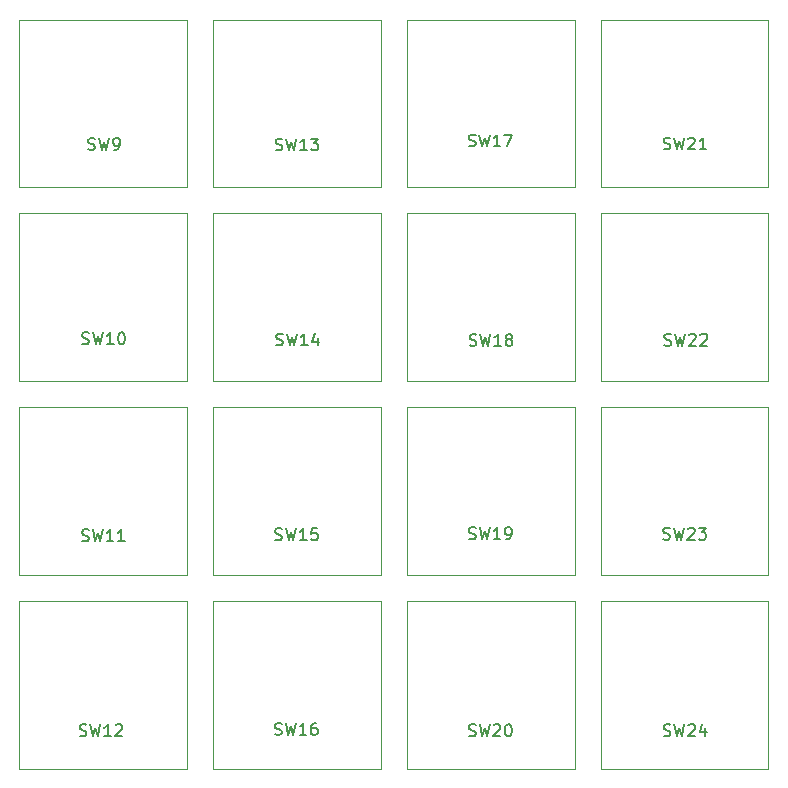
<source format=gbr>
%TF.GenerationSoftware,KiCad,Pcbnew,7.0.8*%
%TF.CreationDate,2023-10-13T15:36:57+03:00*%
%TF.ProjectId,4x4_switch,3478345f-7377-4697-9463-682e6b696361,rev?*%
%TF.SameCoordinates,Original*%
%TF.FileFunction,Legend,Top*%
%TF.FilePolarity,Positive*%
%FSLAX46Y46*%
G04 Gerber Fmt 4.6, Leading zero omitted, Abs format (unit mm)*
G04 Created by KiCad (PCBNEW 7.0.8) date 2023-10-13 15:36:57*
%MOMM*%
%LPD*%
G01*
G04 APERTURE LIST*
%ADD10C,0.150000*%
%ADD11C,0.120000*%
G04 APERTURE END LIST*
D10*
X162992012Y-70612415D02*
X163134869Y-70660034D01*
X163134869Y-70660034D02*
X163372964Y-70660034D01*
X163372964Y-70660034D02*
X163468202Y-70612415D01*
X163468202Y-70612415D02*
X163515821Y-70564795D01*
X163515821Y-70564795D02*
X163563440Y-70469557D01*
X163563440Y-70469557D02*
X163563440Y-70374319D01*
X163563440Y-70374319D02*
X163515821Y-70279081D01*
X163515821Y-70279081D02*
X163468202Y-70231462D01*
X163468202Y-70231462D02*
X163372964Y-70183843D01*
X163372964Y-70183843D02*
X163182488Y-70136224D01*
X163182488Y-70136224D02*
X163087250Y-70088605D01*
X163087250Y-70088605D02*
X163039631Y-70040986D01*
X163039631Y-70040986D02*
X162992012Y-69945748D01*
X162992012Y-69945748D02*
X162992012Y-69850510D01*
X162992012Y-69850510D02*
X163039631Y-69755272D01*
X163039631Y-69755272D02*
X163087250Y-69707653D01*
X163087250Y-69707653D02*
X163182488Y-69660034D01*
X163182488Y-69660034D02*
X163420583Y-69660034D01*
X163420583Y-69660034D02*
X163563440Y-69707653D01*
X163896774Y-69660034D02*
X164134869Y-70660034D01*
X164134869Y-70660034D02*
X164325345Y-69945748D01*
X164325345Y-69945748D02*
X164515821Y-70660034D01*
X164515821Y-70660034D02*
X164753917Y-69660034D01*
X165658678Y-70660034D02*
X165087250Y-70660034D01*
X165372964Y-70660034D02*
X165372964Y-69660034D01*
X165372964Y-69660034D02*
X165277726Y-69802891D01*
X165277726Y-69802891D02*
X165182488Y-69898129D01*
X165182488Y-69898129D02*
X165087250Y-69945748D01*
X166611059Y-70660034D02*
X166039631Y-70660034D01*
X166325345Y-70660034D02*
X166325345Y-69660034D01*
X166325345Y-69660034D02*
X166230107Y-69802891D01*
X166230107Y-69802891D02*
X166134869Y-69898129D01*
X166134869Y-69898129D02*
X166039631Y-69945748D01*
X212211656Y-70474208D02*
X212354513Y-70521827D01*
X212354513Y-70521827D02*
X212592608Y-70521827D01*
X212592608Y-70521827D02*
X212687846Y-70474208D01*
X212687846Y-70474208D02*
X212735465Y-70426588D01*
X212735465Y-70426588D02*
X212783084Y-70331350D01*
X212783084Y-70331350D02*
X212783084Y-70236112D01*
X212783084Y-70236112D02*
X212735465Y-70140874D01*
X212735465Y-70140874D02*
X212687846Y-70093255D01*
X212687846Y-70093255D02*
X212592608Y-70045636D01*
X212592608Y-70045636D02*
X212402132Y-69998017D01*
X212402132Y-69998017D02*
X212306894Y-69950398D01*
X212306894Y-69950398D02*
X212259275Y-69902779D01*
X212259275Y-69902779D02*
X212211656Y-69807541D01*
X212211656Y-69807541D02*
X212211656Y-69712303D01*
X212211656Y-69712303D02*
X212259275Y-69617065D01*
X212259275Y-69617065D02*
X212306894Y-69569446D01*
X212306894Y-69569446D02*
X212402132Y-69521827D01*
X212402132Y-69521827D02*
X212640227Y-69521827D01*
X212640227Y-69521827D02*
X212783084Y-69569446D01*
X213116418Y-69521827D02*
X213354513Y-70521827D01*
X213354513Y-70521827D02*
X213544989Y-69807541D01*
X213544989Y-69807541D02*
X213735465Y-70521827D01*
X213735465Y-70521827D02*
X213973561Y-69521827D01*
X214306894Y-69617065D02*
X214354513Y-69569446D01*
X214354513Y-69569446D02*
X214449751Y-69521827D01*
X214449751Y-69521827D02*
X214687846Y-69521827D01*
X214687846Y-69521827D02*
X214783084Y-69569446D01*
X214783084Y-69569446D02*
X214830703Y-69617065D01*
X214830703Y-69617065D02*
X214878322Y-69712303D01*
X214878322Y-69712303D02*
X214878322Y-69807541D01*
X214878322Y-69807541D02*
X214830703Y-69950398D01*
X214830703Y-69950398D02*
X214259275Y-70521827D01*
X214259275Y-70521827D02*
X214878322Y-70521827D01*
X215211656Y-69521827D02*
X215830703Y-69521827D01*
X215830703Y-69521827D02*
X215497370Y-69902779D01*
X215497370Y-69902779D02*
X215640227Y-69902779D01*
X215640227Y-69902779D02*
X215735465Y-69950398D01*
X215735465Y-69950398D02*
X215783084Y-69998017D01*
X215783084Y-69998017D02*
X215830703Y-70093255D01*
X215830703Y-70093255D02*
X215830703Y-70331350D01*
X215830703Y-70331350D02*
X215783084Y-70426588D01*
X215783084Y-70426588D02*
X215735465Y-70474208D01*
X215735465Y-70474208D02*
X215640227Y-70521827D01*
X215640227Y-70521827D02*
X215354513Y-70521827D01*
X215354513Y-70521827D02*
X215259275Y-70474208D01*
X215259275Y-70474208D02*
X215211656Y-70426588D01*
X195751213Y-70444116D02*
X195894070Y-70491735D01*
X195894070Y-70491735D02*
X196132165Y-70491735D01*
X196132165Y-70491735D02*
X196227403Y-70444116D01*
X196227403Y-70444116D02*
X196275022Y-70396496D01*
X196275022Y-70396496D02*
X196322641Y-70301258D01*
X196322641Y-70301258D02*
X196322641Y-70206020D01*
X196322641Y-70206020D02*
X196275022Y-70110782D01*
X196275022Y-70110782D02*
X196227403Y-70063163D01*
X196227403Y-70063163D02*
X196132165Y-70015544D01*
X196132165Y-70015544D02*
X195941689Y-69967925D01*
X195941689Y-69967925D02*
X195846451Y-69920306D01*
X195846451Y-69920306D02*
X195798832Y-69872687D01*
X195798832Y-69872687D02*
X195751213Y-69777449D01*
X195751213Y-69777449D02*
X195751213Y-69682211D01*
X195751213Y-69682211D02*
X195798832Y-69586973D01*
X195798832Y-69586973D02*
X195846451Y-69539354D01*
X195846451Y-69539354D02*
X195941689Y-69491735D01*
X195941689Y-69491735D02*
X196179784Y-69491735D01*
X196179784Y-69491735D02*
X196322641Y-69539354D01*
X196655975Y-69491735D02*
X196894070Y-70491735D01*
X196894070Y-70491735D02*
X197084546Y-69777449D01*
X197084546Y-69777449D02*
X197275022Y-70491735D01*
X197275022Y-70491735D02*
X197513118Y-69491735D01*
X198417879Y-70491735D02*
X197846451Y-70491735D01*
X198132165Y-70491735D02*
X198132165Y-69491735D01*
X198132165Y-69491735D02*
X198036927Y-69634592D01*
X198036927Y-69634592D02*
X197941689Y-69729830D01*
X197941689Y-69729830D02*
X197846451Y-69777449D01*
X198894070Y-70491735D02*
X199084546Y-70491735D01*
X199084546Y-70491735D02*
X199179784Y-70444116D01*
X199179784Y-70444116D02*
X199227403Y-70396496D01*
X199227403Y-70396496D02*
X199322641Y-70253639D01*
X199322641Y-70253639D02*
X199370260Y-70063163D01*
X199370260Y-70063163D02*
X199370260Y-69682211D01*
X199370260Y-69682211D02*
X199322641Y-69586973D01*
X199322641Y-69586973D02*
X199275022Y-69539354D01*
X199275022Y-69539354D02*
X199179784Y-69491735D01*
X199179784Y-69491735D02*
X198989308Y-69491735D01*
X198989308Y-69491735D02*
X198894070Y-69539354D01*
X198894070Y-69539354D02*
X198846451Y-69586973D01*
X198846451Y-69586973D02*
X198798832Y-69682211D01*
X198798832Y-69682211D02*
X198798832Y-69920306D01*
X198798832Y-69920306D02*
X198846451Y-70015544D01*
X198846451Y-70015544D02*
X198894070Y-70063163D01*
X198894070Y-70063163D02*
X198989308Y-70110782D01*
X198989308Y-70110782D02*
X199179784Y-70110782D01*
X199179784Y-70110782D02*
X199275022Y-70063163D01*
X199275022Y-70063163D02*
X199322641Y-70015544D01*
X199322641Y-70015544D02*
X199370260Y-69920306D01*
X212238330Y-87111185D02*
X212381187Y-87158804D01*
X212381187Y-87158804D02*
X212619282Y-87158804D01*
X212619282Y-87158804D02*
X212714520Y-87111185D01*
X212714520Y-87111185D02*
X212762139Y-87063565D01*
X212762139Y-87063565D02*
X212809758Y-86968327D01*
X212809758Y-86968327D02*
X212809758Y-86873089D01*
X212809758Y-86873089D02*
X212762139Y-86777851D01*
X212762139Y-86777851D02*
X212714520Y-86730232D01*
X212714520Y-86730232D02*
X212619282Y-86682613D01*
X212619282Y-86682613D02*
X212428806Y-86634994D01*
X212428806Y-86634994D02*
X212333568Y-86587375D01*
X212333568Y-86587375D02*
X212285949Y-86539756D01*
X212285949Y-86539756D02*
X212238330Y-86444518D01*
X212238330Y-86444518D02*
X212238330Y-86349280D01*
X212238330Y-86349280D02*
X212285949Y-86254042D01*
X212285949Y-86254042D02*
X212333568Y-86206423D01*
X212333568Y-86206423D02*
X212428806Y-86158804D01*
X212428806Y-86158804D02*
X212666901Y-86158804D01*
X212666901Y-86158804D02*
X212809758Y-86206423D01*
X213143092Y-86158804D02*
X213381187Y-87158804D01*
X213381187Y-87158804D02*
X213571663Y-86444518D01*
X213571663Y-86444518D02*
X213762139Y-87158804D01*
X213762139Y-87158804D02*
X214000235Y-86158804D01*
X214333568Y-86254042D02*
X214381187Y-86206423D01*
X214381187Y-86206423D02*
X214476425Y-86158804D01*
X214476425Y-86158804D02*
X214714520Y-86158804D01*
X214714520Y-86158804D02*
X214809758Y-86206423D01*
X214809758Y-86206423D02*
X214857377Y-86254042D01*
X214857377Y-86254042D02*
X214904996Y-86349280D01*
X214904996Y-86349280D02*
X214904996Y-86444518D01*
X214904996Y-86444518D02*
X214857377Y-86587375D01*
X214857377Y-86587375D02*
X214285949Y-87158804D01*
X214285949Y-87158804D02*
X214904996Y-87158804D01*
X215762139Y-86492137D02*
X215762139Y-87158804D01*
X215524044Y-86111185D02*
X215285949Y-86825470D01*
X215285949Y-86825470D02*
X215904996Y-86825470D01*
X162786946Y-87111185D02*
X162929803Y-87158804D01*
X162929803Y-87158804D02*
X163167898Y-87158804D01*
X163167898Y-87158804D02*
X163263136Y-87111185D01*
X163263136Y-87111185D02*
X163310755Y-87063565D01*
X163310755Y-87063565D02*
X163358374Y-86968327D01*
X163358374Y-86968327D02*
X163358374Y-86873089D01*
X163358374Y-86873089D02*
X163310755Y-86777851D01*
X163310755Y-86777851D02*
X163263136Y-86730232D01*
X163263136Y-86730232D02*
X163167898Y-86682613D01*
X163167898Y-86682613D02*
X162977422Y-86634994D01*
X162977422Y-86634994D02*
X162882184Y-86587375D01*
X162882184Y-86587375D02*
X162834565Y-86539756D01*
X162834565Y-86539756D02*
X162786946Y-86444518D01*
X162786946Y-86444518D02*
X162786946Y-86349280D01*
X162786946Y-86349280D02*
X162834565Y-86254042D01*
X162834565Y-86254042D02*
X162882184Y-86206423D01*
X162882184Y-86206423D02*
X162977422Y-86158804D01*
X162977422Y-86158804D02*
X163215517Y-86158804D01*
X163215517Y-86158804D02*
X163358374Y-86206423D01*
X163691708Y-86158804D02*
X163929803Y-87158804D01*
X163929803Y-87158804D02*
X164120279Y-86444518D01*
X164120279Y-86444518D02*
X164310755Y-87158804D01*
X164310755Y-87158804D02*
X164548851Y-86158804D01*
X165453612Y-87158804D02*
X164882184Y-87158804D01*
X165167898Y-87158804D02*
X165167898Y-86158804D01*
X165167898Y-86158804D02*
X165072660Y-86301661D01*
X165072660Y-86301661D02*
X164977422Y-86396899D01*
X164977422Y-86396899D02*
X164882184Y-86444518D01*
X165834565Y-86254042D02*
X165882184Y-86206423D01*
X165882184Y-86206423D02*
X165977422Y-86158804D01*
X165977422Y-86158804D02*
X166215517Y-86158804D01*
X166215517Y-86158804D02*
X166310755Y-86206423D01*
X166310755Y-86206423D02*
X166358374Y-86254042D01*
X166358374Y-86254042D02*
X166405993Y-86349280D01*
X166405993Y-86349280D02*
X166405993Y-86444518D01*
X166405993Y-86444518D02*
X166358374Y-86587375D01*
X166358374Y-86587375D02*
X165786946Y-87158804D01*
X165786946Y-87158804D02*
X166405993Y-87158804D01*
X179322740Y-87007187D02*
X179465597Y-87054806D01*
X179465597Y-87054806D02*
X179703692Y-87054806D01*
X179703692Y-87054806D02*
X179798930Y-87007187D01*
X179798930Y-87007187D02*
X179846549Y-86959567D01*
X179846549Y-86959567D02*
X179894168Y-86864329D01*
X179894168Y-86864329D02*
X179894168Y-86769091D01*
X179894168Y-86769091D02*
X179846549Y-86673853D01*
X179846549Y-86673853D02*
X179798930Y-86626234D01*
X179798930Y-86626234D02*
X179703692Y-86578615D01*
X179703692Y-86578615D02*
X179513216Y-86530996D01*
X179513216Y-86530996D02*
X179417978Y-86483377D01*
X179417978Y-86483377D02*
X179370359Y-86435758D01*
X179370359Y-86435758D02*
X179322740Y-86340520D01*
X179322740Y-86340520D02*
X179322740Y-86245282D01*
X179322740Y-86245282D02*
X179370359Y-86150044D01*
X179370359Y-86150044D02*
X179417978Y-86102425D01*
X179417978Y-86102425D02*
X179513216Y-86054806D01*
X179513216Y-86054806D02*
X179751311Y-86054806D01*
X179751311Y-86054806D02*
X179894168Y-86102425D01*
X180227502Y-86054806D02*
X180465597Y-87054806D01*
X180465597Y-87054806D02*
X180656073Y-86340520D01*
X180656073Y-86340520D02*
X180846549Y-87054806D01*
X180846549Y-87054806D02*
X181084645Y-86054806D01*
X181989406Y-87054806D02*
X181417978Y-87054806D01*
X181703692Y-87054806D02*
X181703692Y-86054806D01*
X181703692Y-86054806D02*
X181608454Y-86197663D01*
X181608454Y-86197663D02*
X181513216Y-86292901D01*
X181513216Y-86292901D02*
X181417978Y-86340520D01*
X182846549Y-86054806D02*
X182656073Y-86054806D01*
X182656073Y-86054806D02*
X182560835Y-86102425D01*
X182560835Y-86102425D02*
X182513216Y-86150044D01*
X182513216Y-86150044D02*
X182417978Y-86292901D01*
X182417978Y-86292901D02*
X182370359Y-86483377D01*
X182370359Y-86483377D02*
X182370359Y-86864329D01*
X182370359Y-86864329D02*
X182417978Y-86959567D01*
X182417978Y-86959567D02*
X182465597Y-87007187D01*
X182465597Y-87007187D02*
X182560835Y-87054806D01*
X182560835Y-87054806D02*
X182751311Y-87054806D01*
X182751311Y-87054806D02*
X182846549Y-87007187D01*
X182846549Y-87007187D02*
X182894168Y-86959567D01*
X182894168Y-86959567D02*
X182941787Y-86864329D01*
X182941787Y-86864329D02*
X182941787Y-86626234D01*
X182941787Y-86626234D02*
X182894168Y-86530996D01*
X182894168Y-86530996D02*
X182846549Y-86483377D01*
X182846549Y-86483377D02*
X182751311Y-86435758D01*
X182751311Y-86435758D02*
X182560835Y-86435758D01*
X182560835Y-86435758D02*
X182465597Y-86483377D01*
X182465597Y-86483377D02*
X182417978Y-86530996D01*
X182417978Y-86530996D02*
X182370359Y-86626234D01*
X179434581Y-54031925D02*
X179577438Y-54079544D01*
X179577438Y-54079544D02*
X179815533Y-54079544D01*
X179815533Y-54079544D02*
X179910771Y-54031925D01*
X179910771Y-54031925D02*
X179958390Y-53984305D01*
X179958390Y-53984305D02*
X180006009Y-53889067D01*
X180006009Y-53889067D02*
X180006009Y-53793829D01*
X180006009Y-53793829D02*
X179958390Y-53698591D01*
X179958390Y-53698591D02*
X179910771Y-53650972D01*
X179910771Y-53650972D02*
X179815533Y-53603353D01*
X179815533Y-53603353D02*
X179625057Y-53555734D01*
X179625057Y-53555734D02*
X179529819Y-53508115D01*
X179529819Y-53508115D02*
X179482200Y-53460496D01*
X179482200Y-53460496D02*
X179434581Y-53365258D01*
X179434581Y-53365258D02*
X179434581Y-53270020D01*
X179434581Y-53270020D02*
X179482200Y-53174782D01*
X179482200Y-53174782D02*
X179529819Y-53127163D01*
X179529819Y-53127163D02*
X179625057Y-53079544D01*
X179625057Y-53079544D02*
X179863152Y-53079544D01*
X179863152Y-53079544D02*
X180006009Y-53127163D01*
X180339343Y-53079544D02*
X180577438Y-54079544D01*
X180577438Y-54079544D02*
X180767914Y-53365258D01*
X180767914Y-53365258D02*
X180958390Y-54079544D01*
X180958390Y-54079544D02*
X181196486Y-53079544D01*
X182101247Y-54079544D02*
X181529819Y-54079544D01*
X181815533Y-54079544D02*
X181815533Y-53079544D01*
X181815533Y-53079544D02*
X181720295Y-53222401D01*
X181720295Y-53222401D02*
X181625057Y-53317639D01*
X181625057Y-53317639D02*
X181529819Y-53365258D01*
X182958390Y-53412877D02*
X182958390Y-54079544D01*
X182720295Y-53031925D02*
X182482200Y-53746210D01*
X182482200Y-53746210D02*
X183101247Y-53746210D01*
X179391132Y-37514392D02*
X179533989Y-37562011D01*
X179533989Y-37562011D02*
X179772084Y-37562011D01*
X179772084Y-37562011D02*
X179867322Y-37514392D01*
X179867322Y-37514392D02*
X179914941Y-37466772D01*
X179914941Y-37466772D02*
X179962560Y-37371534D01*
X179962560Y-37371534D02*
X179962560Y-37276296D01*
X179962560Y-37276296D02*
X179914941Y-37181058D01*
X179914941Y-37181058D02*
X179867322Y-37133439D01*
X179867322Y-37133439D02*
X179772084Y-37085820D01*
X179772084Y-37085820D02*
X179581608Y-37038201D01*
X179581608Y-37038201D02*
X179486370Y-36990582D01*
X179486370Y-36990582D02*
X179438751Y-36942963D01*
X179438751Y-36942963D02*
X179391132Y-36847725D01*
X179391132Y-36847725D02*
X179391132Y-36752487D01*
X179391132Y-36752487D02*
X179438751Y-36657249D01*
X179438751Y-36657249D02*
X179486370Y-36609630D01*
X179486370Y-36609630D02*
X179581608Y-36562011D01*
X179581608Y-36562011D02*
X179819703Y-36562011D01*
X179819703Y-36562011D02*
X179962560Y-36609630D01*
X180295894Y-36562011D02*
X180533989Y-37562011D01*
X180533989Y-37562011D02*
X180724465Y-36847725D01*
X180724465Y-36847725D02*
X180914941Y-37562011D01*
X180914941Y-37562011D02*
X181153037Y-36562011D01*
X182057798Y-37562011D02*
X181486370Y-37562011D01*
X181772084Y-37562011D02*
X181772084Y-36562011D01*
X181772084Y-36562011D02*
X181676846Y-36704868D01*
X181676846Y-36704868D02*
X181581608Y-36800106D01*
X181581608Y-36800106D02*
X181486370Y-36847725D01*
X182391132Y-36562011D02*
X183010179Y-36562011D01*
X183010179Y-36562011D02*
X182676846Y-36942963D01*
X182676846Y-36942963D02*
X182819703Y-36942963D01*
X182819703Y-36942963D02*
X182914941Y-36990582D01*
X182914941Y-36990582D02*
X182962560Y-37038201D01*
X182962560Y-37038201D02*
X183010179Y-37133439D01*
X183010179Y-37133439D02*
X183010179Y-37371534D01*
X183010179Y-37371534D02*
X182962560Y-37466772D01*
X182962560Y-37466772D02*
X182914941Y-37514392D01*
X182914941Y-37514392D02*
X182819703Y-37562011D01*
X182819703Y-37562011D02*
X182533989Y-37562011D01*
X182533989Y-37562011D02*
X182438751Y-37514392D01*
X182438751Y-37514392D02*
X182391132Y-37466772D01*
X195804159Y-54068419D02*
X195947016Y-54116038D01*
X195947016Y-54116038D02*
X196185111Y-54116038D01*
X196185111Y-54116038D02*
X196280349Y-54068419D01*
X196280349Y-54068419D02*
X196327968Y-54020799D01*
X196327968Y-54020799D02*
X196375587Y-53925561D01*
X196375587Y-53925561D02*
X196375587Y-53830323D01*
X196375587Y-53830323D02*
X196327968Y-53735085D01*
X196327968Y-53735085D02*
X196280349Y-53687466D01*
X196280349Y-53687466D02*
X196185111Y-53639847D01*
X196185111Y-53639847D02*
X195994635Y-53592228D01*
X195994635Y-53592228D02*
X195899397Y-53544609D01*
X195899397Y-53544609D02*
X195851778Y-53496990D01*
X195851778Y-53496990D02*
X195804159Y-53401752D01*
X195804159Y-53401752D02*
X195804159Y-53306514D01*
X195804159Y-53306514D02*
X195851778Y-53211276D01*
X195851778Y-53211276D02*
X195899397Y-53163657D01*
X195899397Y-53163657D02*
X195994635Y-53116038D01*
X195994635Y-53116038D02*
X196232730Y-53116038D01*
X196232730Y-53116038D02*
X196375587Y-53163657D01*
X196708921Y-53116038D02*
X196947016Y-54116038D01*
X196947016Y-54116038D02*
X197137492Y-53401752D01*
X197137492Y-53401752D02*
X197327968Y-54116038D01*
X197327968Y-54116038D02*
X197566064Y-53116038D01*
X198470825Y-54116038D02*
X197899397Y-54116038D01*
X198185111Y-54116038D02*
X198185111Y-53116038D01*
X198185111Y-53116038D02*
X198089873Y-53258895D01*
X198089873Y-53258895D02*
X197994635Y-53354133D01*
X197994635Y-53354133D02*
X197899397Y-53401752D01*
X199042254Y-53544609D02*
X198947016Y-53496990D01*
X198947016Y-53496990D02*
X198899397Y-53449371D01*
X198899397Y-53449371D02*
X198851778Y-53354133D01*
X198851778Y-53354133D02*
X198851778Y-53306514D01*
X198851778Y-53306514D02*
X198899397Y-53211276D01*
X198899397Y-53211276D02*
X198947016Y-53163657D01*
X198947016Y-53163657D02*
X199042254Y-53116038D01*
X199042254Y-53116038D02*
X199232730Y-53116038D01*
X199232730Y-53116038D02*
X199327968Y-53163657D01*
X199327968Y-53163657D02*
X199375587Y-53211276D01*
X199375587Y-53211276D02*
X199423206Y-53306514D01*
X199423206Y-53306514D02*
X199423206Y-53354133D01*
X199423206Y-53354133D02*
X199375587Y-53449371D01*
X199375587Y-53449371D02*
X199327968Y-53496990D01*
X199327968Y-53496990D02*
X199232730Y-53544609D01*
X199232730Y-53544609D02*
X199042254Y-53544609D01*
X199042254Y-53544609D02*
X198947016Y-53592228D01*
X198947016Y-53592228D02*
X198899397Y-53639847D01*
X198899397Y-53639847D02*
X198851778Y-53735085D01*
X198851778Y-53735085D02*
X198851778Y-53925561D01*
X198851778Y-53925561D02*
X198899397Y-54020799D01*
X198899397Y-54020799D02*
X198947016Y-54068419D01*
X198947016Y-54068419D02*
X199042254Y-54116038D01*
X199042254Y-54116038D02*
X199232730Y-54116038D01*
X199232730Y-54116038D02*
X199327968Y-54068419D01*
X199327968Y-54068419D02*
X199375587Y-54020799D01*
X199375587Y-54020799D02*
X199423206Y-53925561D01*
X199423206Y-53925561D02*
X199423206Y-53735085D01*
X199423206Y-53735085D02*
X199375587Y-53639847D01*
X199375587Y-53639847D02*
X199327968Y-53592228D01*
X199327968Y-53592228D02*
X199232730Y-53544609D01*
X179343852Y-70517107D02*
X179486709Y-70564726D01*
X179486709Y-70564726D02*
X179724804Y-70564726D01*
X179724804Y-70564726D02*
X179820042Y-70517107D01*
X179820042Y-70517107D02*
X179867661Y-70469487D01*
X179867661Y-70469487D02*
X179915280Y-70374249D01*
X179915280Y-70374249D02*
X179915280Y-70279011D01*
X179915280Y-70279011D02*
X179867661Y-70183773D01*
X179867661Y-70183773D02*
X179820042Y-70136154D01*
X179820042Y-70136154D02*
X179724804Y-70088535D01*
X179724804Y-70088535D02*
X179534328Y-70040916D01*
X179534328Y-70040916D02*
X179439090Y-69993297D01*
X179439090Y-69993297D02*
X179391471Y-69945678D01*
X179391471Y-69945678D02*
X179343852Y-69850440D01*
X179343852Y-69850440D02*
X179343852Y-69755202D01*
X179343852Y-69755202D02*
X179391471Y-69659964D01*
X179391471Y-69659964D02*
X179439090Y-69612345D01*
X179439090Y-69612345D02*
X179534328Y-69564726D01*
X179534328Y-69564726D02*
X179772423Y-69564726D01*
X179772423Y-69564726D02*
X179915280Y-69612345D01*
X180248614Y-69564726D02*
X180486709Y-70564726D01*
X180486709Y-70564726D02*
X180677185Y-69850440D01*
X180677185Y-69850440D02*
X180867661Y-70564726D01*
X180867661Y-70564726D02*
X181105757Y-69564726D01*
X182010518Y-70564726D02*
X181439090Y-70564726D01*
X181724804Y-70564726D02*
X181724804Y-69564726D01*
X181724804Y-69564726D02*
X181629566Y-69707583D01*
X181629566Y-69707583D02*
X181534328Y-69802821D01*
X181534328Y-69802821D02*
X181439090Y-69850440D01*
X182915280Y-69564726D02*
X182439090Y-69564726D01*
X182439090Y-69564726D02*
X182391471Y-70040916D01*
X182391471Y-70040916D02*
X182439090Y-69993297D01*
X182439090Y-69993297D02*
X182534328Y-69945678D01*
X182534328Y-69945678D02*
X182772423Y-69945678D01*
X182772423Y-69945678D02*
X182867661Y-69993297D01*
X182867661Y-69993297D02*
X182915280Y-70040916D01*
X182915280Y-70040916D02*
X182962899Y-70136154D01*
X182962899Y-70136154D02*
X182962899Y-70374249D01*
X182962899Y-70374249D02*
X182915280Y-70469487D01*
X182915280Y-70469487D02*
X182867661Y-70517107D01*
X182867661Y-70517107D02*
X182772423Y-70564726D01*
X182772423Y-70564726D02*
X182534328Y-70564726D01*
X182534328Y-70564726D02*
X182439090Y-70517107D01*
X182439090Y-70517107D02*
X182391471Y-70469487D01*
X163527249Y-37484300D02*
X163670106Y-37531919D01*
X163670106Y-37531919D02*
X163908201Y-37531919D01*
X163908201Y-37531919D02*
X164003439Y-37484300D01*
X164003439Y-37484300D02*
X164051058Y-37436680D01*
X164051058Y-37436680D02*
X164098677Y-37341442D01*
X164098677Y-37341442D02*
X164098677Y-37246204D01*
X164098677Y-37246204D02*
X164051058Y-37150966D01*
X164051058Y-37150966D02*
X164003439Y-37103347D01*
X164003439Y-37103347D02*
X163908201Y-37055728D01*
X163908201Y-37055728D02*
X163717725Y-37008109D01*
X163717725Y-37008109D02*
X163622487Y-36960490D01*
X163622487Y-36960490D02*
X163574868Y-36912871D01*
X163574868Y-36912871D02*
X163527249Y-36817633D01*
X163527249Y-36817633D02*
X163527249Y-36722395D01*
X163527249Y-36722395D02*
X163574868Y-36627157D01*
X163574868Y-36627157D02*
X163622487Y-36579538D01*
X163622487Y-36579538D02*
X163717725Y-36531919D01*
X163717725Y-36531919D02*
X163955820Y-36531919D01*
X163955820Y-36531919D02*
X164098677Y-36579538D01*
X164432011Y-36531919D02*
X164670106Y-37531919D01*
X164670106Y-37531919D02*
X164860582Y-36817633D01*
X164860582Y-36817633D02*
X165051058Y-37531919D01*
X165051058Y-37531919D02*
X165289154Y-36531919D01*
X165717725Y-37531919D02*
X165908201Y-37531919D01*
X165908201Y-37531919D02*
X166003439Y-37484300D01*
X166003439Y-37484300D02*
X166051058Y-37436680D01*
X166051058Y-37436680D02*
X166146296Y-37293823D01*
X166146296Y-37293823D02*
X166193915Y-37103347D01*
X166193915Y-37103347D02*
X166193915Y-36722395D01*
X166193915Y-36722395D02*
X166146296Y-36627157D01*
X166146296Y-36627157D02*
X166098677Y-36579538D01*
X166098677Y-36579538D02*
X166003439Y-36531919D01*
X166003439Y-36531919D02*
X165812963Y-36531919D01*
X165812963Y-36531919D02*
X165717725Y-36579538D01*
X165717725Y-36579538D02*
X165670106Y-36627157D01*
X165670106Y-36627157D02*
X165622487Y-36722395D01*
X165622487Y-36722395D02*
X165622487Y-36960490D01*
X165622487Y-36960490D02*
X165670106Y-37055728D01*
X165670106Y-37055728D02*
X165717725Y-37103347D01*
X165717725Y-37103347D02*
X165812963Y-37150966D01*
X165812963Y-37150966D02*
X166003439Y-37150966D01*
X166003439Y-37150966D02*
X166098677Y-37103347D01*
X166098677Y-37103347D02*
X166146296Y-37055728D01*
X166146296Y-37055728D02*
X166193915Y-36960490D01*
X163008278Y-53922187D02*
X163151135Y-53969806D01*
X163151135Y-53969806D02*
X163389230Y-53969806D01*
X163389230Y-53969806D02*
X163484468Y-53922187D01*
X163484468Y-53922187D02*
X163532087Y-53874567D01*
X163532087Y-53874567D02*
X163579706Y-53779329D01*
X163579706Y-53779329D02*
X163579706Y-53684091D01*
X163579706Y-53684091D02*
X163532087Y-53588853D01*
X163532087Y-53588853D02*
X163484468Y-53541234D01*
X163484468Y-53541234D02*
X163389230Y-53493615D01*
X163389230Y-53493615D02*
X163198754Y-53445996D01*
X163198754Y-53445996D02*
X163103516Y-53398377D01*
X163103516Y-53398377D02*
X163055897Y-53350758D01*
X163055897Y-53350758D02*
X163008278Y-53255520D01*
X163008278Y-53255520D02*
X163008278Y-53160282D01*
X163008278Y-53160282D02*
X163055897Y-53065044D01*
X163055897Y-53065044D02*
X163103516Y-53017425D01*
X163103516Y-53017425D02*
X163198754Y-52969806D01*
X163198754Y-52969806D02*
X163436849Y-52969806D01*
X163436849Y-52969806D02*
X163579706Y-53017425D01*
X163913040Y-52969806D02*
X164151135Y-53969806D01*
X164151135Y-53969806D02*
X164341611Y-53255520D01*
X164341611Y-53255520D02*
X164532087Y-53969806D01*
X164532087Y-53969806D02*
X164770183Y-52969806D01*
X165674944Y-53969806D02*
X165103516Y-53969806D01*
X165389230Y-53969806D02*
X165389230Y-52969806D01*
X165389230Y-52969806D02*
X165293992Y-53112663D01*
X165293992Y-53112663D02*
X165198754Y-53207901D01*
X165198754Y-53207901D02*
X165103516Y-53255520D01*
X166293992Y-52969806D02*
X166389230Y-52969806D01*
X166389230Y-52969806D02*
X166484468Y-53017425D01*
X166484468Y-53017425D02*
X166532087Y-53065044D01*
X166532087Y-53065044D02*
X166579706Y-53160282D01*
X166579706Y-53160282D02*
X166627325Y-53350758D01*
X166627325Y-53350758D02*
X166627325Y-53588853D01*
X166627325Y-53588853D02*
X166579706Y-53779329D01*
X166579706Y-53779329D02*
X166532087Y-53874567D01*
X166532087Y-53874567D02*
X166484468Y-53922187D01*
X166484468Y-53922187D02*
X166389230Y-53969806D01*
X166389230Y-53969806D02*
X166293992Y-53969806D01*
X166293992Y-53969806D02*
X166198754Y-53922187D01*
X166198754Y-53922187D02*
X166151135Y-53874567D01*
X166151135Y-53874567D02*
X166103516Y-53779329D01*
X166103516Y-53779329D02*
X166055897Y-53588853D01*
X166055897Y-53588853D02*
X166055897Y-53350758D01*
X166055897Y-53350758D02*
X166103516Y-53160282D01*
X166103516Y-53160282D02*
X166151135Y-53065044D01*
X166151135Y-53065044D02*
X166198754Y-53017425D01*
X166198754Y-53017425D02*
X166293992Y-52969806D01*
X212229061Y-37430568D02*
X212371918Y-37478187D01*
X212371918Y-37478187D02*
X212610013Y-37478187D01*
X212610013Y-37478187D02*
X212705251Y-37430568D01*
X212705251Y-37430568D02*
X212752870Y-37382948D01*
X212752870Y-37382948D02*
X212800489Y-37287710D01*
X212800489Y-37287710D02*
X212800489Y-37192472D01*
X212800489Y-37192472D02*
X212752870Y-37097234D01*
X212752870Y-37097234D02*
X212705251Y-37049615D01*
X212705251Y-37049615D02*
X212610013Y-37001996D01*
X212610013Y-37001996D02*
X212419537Y-36954377D01*
X212419537Y-36954377D02*
X212324299Y-36906758D01*
X212324299Y-36906758D02*
X212276680Y-36859139D01*
X212276680Y-36859139D02*
X212229061Y-36763901D01*
X212229061Y-36763901D02*
X212229061Y-36668663D01*
X212229061Y-36668663D02*
X212276680Y-36573425D01*
X212276680Y-36573425D02*
X212324299Y-36525806D01*
X212324299Y-36525806D02*
X212419537Y-36478187D01*
X212419537Y-36478187D02*
X212657632Y-36478187D01*
X212657632Y-36478187D02*
X212800489Y-36525806D01*
X213133823Y-36478187D02*
X213371918Y-37478187D01*
X213371918Y-37478187D02*
X213562394Y-36763901D01*
X213562394Y-36763901D02*
X213752870Y-37478187D01*
X213752870Y-37478187D02*
X213990966Y-36478187D01*
X214324299Y-36573425D02*
X214371918Y-36525806D01*
X214371918Y-36525806D02*
X214467156Y-36478187D01*
X214467156Y-36478187D02*
X214705251Y-36478187D01*
X214705251Y-36478187D02*
X214800489Y-36525806D01*
X214800489Y-36525806D02*
X214848108Y-36573425D01*
X214848108Y-36573425D02*
X214895727Y-36668663D01*
X214895727Y-36668663D02*
X214895727Y-36763901D01*
X214895727Y-36763901D02*
X214848108Y-36906758D01*
X214848108Y-36906758D02*
X214276680Y-37478187D01*
X214276680Y-37478187D02*
X214895727Y-37478187D01*
X215848108Y-37478187D02*
X215276680Y-37478187D01*
X215562394Y-37478187D02*
X215562394Y-36478187D01*
X215562394Y-36478187D02*
X215467156Y-36621044D01*
X215467156Y-36621044D02*
X215371918Y-36716282D01*
X215371918Y-36716282D02*
X215276680Y-36763901D01*
X195740283Y-37187206D02*
X195883140Y-37234825D01*
X195883140Y-37234825D02*
X196121235Y-37234825D01*
X196121235Y-37234825D02*
X196216473Y-37187206D01*
X196216473Y-37187206D02*
X196264092Y-37139586D01*
X196264092Y-37139586D02*
X196311711Y-37044348D01*
X196311711Y-37044348D02*
X196311711Y-36949110D01*
X196311711Y-36949110D02*
X196264092Y-36853872D01*
X196264092Y-36853872D02*
X196216473Y-36806253D01*
X196216473Y-36806253D02*
X196121235Y-36758634D01*
X196121235Y-36758634D02*
X195930759Y-36711015D01*
X195930759Y-36711015D02*
X195835521Y-36663396D01*
X195835521Y-36663396D02*
X195787902Y-36615777D01*
X195787902Y-36615777D02*
X195740283Y-36520539D01*
X195740283Y-36520539D02*
X195740283Y-36425301D01*
X195740283Y-36425301D02*
X195787902Y-36330063D01*
X195787902Y-36330063D02*
X195835521Y-36282444D01*
X195835521Y-36282444D02*
X195930759Y-36234825D01*
X195930759Y-36234825D02*
X196168854Y-36234825D01*
X196168854Y-36234825D02*
X196311711Y-36282444D01*
X196645045Y-36234825D02*
X196883140Y-37234825D01*
X196883140Y-37234825D02*
X197073616Y-36520539D01*
X197073616Y-36520539D02*
X197264092Y-37234825D01*
X197264092Y-37234825D02*
X197502188Y-36234825D01*
X198406949Y-37234825D02*
X197835521Y-37234825D01*
X198121235Y-37234825D02*
X198121235Y-36234825D01*
X198121235Y-36234825D02*
X198025997Y-36377682D01*
X198025997Y-36377682D02*
X197930759Y-36472920D01*
X197930759Y-36472920D02*
X197835521Y-36520539D01*
X198740283Y-36234825D02*
X199406949Y-36234825D01*
X199406949Y-36234825D02*
X198978378Y-37234825D01*
X212302488Y-54055122D02*
X212445345Y-54102741D01*
X212445345Y-54102741D02*
X212683440Y-54102741D01*
X212683440Y-54102741D02*
X212778678Y-54055122D01*
X212778678Y-54055122D02*
X212826297Y-54007502D01*
X212826297Y-54007502D02*
X212873916Y-53912264D01*
X212873916Y-53912264D02*
X212873916Y-53817026D01*
X212873916Y-53817026D02*
X212826297Y-53721788D01*
X212826297Y-53721788D02*
X212778678Y-53674169D01*
X212778678Y-53674169D02*
X212683440Y-53626550D01*
X212683440Y-53626550D02*
X212492964Y-53578931D01*
X212492964Y-53578931D02*
X212397726Y-53531312D01*
X212397726Y-53531312D02*
X212350107Y-53483693D01*
X212350107Y-53483693D02*
X212302488Y-53388455D01*
X212302488Y-53388455D02*
X212302488Y-53293217D01*
X212302488Y-53293217D02*
X212350107Y-53197979D01*
X212350107Y-53197979D02*
X212397726Y-53150360D01*
X212397726Y-53150360D02*
X212492964Y-53102741D01*
X212492964Y-53102741D02*
X212731059Y-53102741D01*
X212731059Y-53102741D02*
X212873916Y-53150360D01*
X213207250Y-53102741D02*
X213445345Y-54102741D01*
X213445345Y-54102741D02*
X213635821Y-53388455D01*
X213635821Y-53388455D02*
X213826297Y-54102741D01*
X213826297Y-54102741D02*
X214064393Y-53102741D01*
X214397726Y-53197979D02*
X214445345Y-53150360D01*
X214445345Y-53150360D02*
X214540583Y-53102741D01*
X214540583Y-53102741D02*
X214778678Y-53102741D01*
X214778678Y-53102741D02*
X214873916Y-53150360D01*
X214873916Y-53150360D02*
X214921535Y-53197979D01*
X214921535Y-53197979D02*
X214969154Y-53293217D01*
X214969154Y-53293217D02*
X214969154Y-53388455D01*
X214969154Y-53388455D02*
X214921535Y-53531312D01*
X214921535Y-53531312D02*
X214350107Y-54102741D01*
X214350107Y-54102741D02*
X214969154Y-54102741D01*
X215350107Y-53197979D02*
X215397726Y-53150360D01*
X215397726Y-53150360D02*
X215492964Y-53102741D01*
X215492964Y-53102741D02*
X215731059Y-53102741D01*
X215731059Y-53102741D02*
X215826297Y-53150360D01*
X215826297Y-53150360D02*
X215873916Y-53197979D01*
X215873916Y-53197979D02*
X215921535Y-53293217D01*
X215921535Y-53293217D02*
X215921535Y-53388455D01*
X215921535Y-53388455D02*
X215873916Y-53531312D01*
X215873916Y-53531312D02*
X215302488Y-54102741D01*
X215302488Y-54102741D02*
X215921535Y-54102741D01*
X195754536Y-87111185D02*
X195897393Y-87158804D01*
X195897393Y-87158804D02*
X196135488Y-87158804D01*
X196135488Y-87158804D02*
X196230726Y-87111185D01*
X196230726Y-87111185D02*
X196278345Y-87063565D01*
X196278345Y-87063565D02*
X196325964Y-86968327D01*
X196325964Y-86968327D02*
X196325964Y-86873089D01*
X196325964Y-86873089D02*
X196278345Y-86777851D01*
X196278345Y-86777851D02*
X196230726Y-86730232D01*
X196230726Y-86730232D02*
X196135488Y-86682613D01*
X196135488Y-86682613D02*
X195945012Y-86634994D01*
X195945012Y-86634994D02*
X195849774Y-86587375D01*
X195849774Y-86587375D02*
X195802155Y-86539756D01*
X195802155Y-86539756D02*
X195754536Y-86444518D01*
X195754536Y-86444518D02*
X195754536Y-86349280D01*
X195754536Y-86349280D02*
X195802155Y-86254042D01*
X195802155Y-86254042D02*
X195849774Y-86206423D01*
X195849774Y-86206423D02*
X195945012Y-86158804D01*
X195945012Y-86158804D02*
X196183107Y-86158804D01*
X196183107Y-86158804D02*
X196325964Y-86206423D01*
X196659298Y-86158804D02*
X196897393Y-87158804D01*
X196897393Y-87158804D02*
X197087869Y-86444518D01*
X197087869Y-86444518D02*
X197278345Y-87158804D01*
X197278345Y-87158804D02*
X197516441Y-86158804D01*
X197849774Y-86254042D02*
X197897393Y-86206423D01*
X197897393Y-86206423D02*
X197992631Y-86158804D01*
X197992631Y-86158804D02*
X198230726Y-86158804D01*
X198230726Y-86158804D02*
X198325964Y-86206423D01*
X198325964Y-86206423D02*
X198373583Y-86254042D01*
X198373583Y-86254042D02*
X198421202Y-86349280D01*
X198421202Y-86349280D02*
X198421202Y-86444518D01*
X198421202Y-86444518D02*
X198373583Y-86587375D01*
X198373583Y-86587375D02*
X197802155Y-87158804D01*
X197802155Y-87158804D02*
X198421202Y-87158804D01*
X199040250Y-86158804D02*
X199135488Y-86158804D01*
X199135488Y-86158804D02*
X199230726Y-86206423D01*
X199230726Y-86206423D02*
X199278345Y-86254042D01*
X199278345Y-86254042D02*
X199325964Y-86349280D01*
X199325964Y-86349280D02*
X199373583Y-86539756D01*
X199373583Y-86539756D02*
X199373583Y-86777851D01*
X199373583Y-86777851D02*
X199325964Y-86968327D01*
X199325964Y-86968327D02*
X199278345Y-87063565D01*
X199278345Y-87063565D02*
X199230726Y-87111185D01*
X199230726Y-87111185D02*
X199135488Y-87158804D01*
X199135488Y-87158804D02*
X199040250Y-87158804D01*
X199040250Y-87158804D02*
X198945012Y-87111185D01*
X198945012Y-87111185D02*
X198897393Y-87063565D01*
X198897393Y-87063565D02*
X198849774Y-86968327D01*
X198849774Y-86968327D02*
X198802155Y-86777851D01*
X198802155Y-86777851D02*
X198802155Y-86539756D01*
X198802155Y-86539756D02*
X198849774Y-86349280D01*
X198849774Y-86349280D02*
X198897393Y-86254042D01*
X198897393Y-86254042D02*
X198945012Y-86206423D01*
X198945012Y-86206423D02*
X199040250Y-86158804D01*
D11*
%TO.C,SW11*%
X157700000Y-59300000D02*
X157700000Y-73500000D01*
X157700000Y-73500000D02*
X171900000Y-73500000D01*
X171900000Y-59300000D02*
X157700000Y-59300000D01*
X171900000Y-73500000D02*
X171900000Y-59300000D01*
%TO.C,SW23*%
X206900000Y-59300000D02*
X206900000Y-73500000D01*
X206900000Y-73500000D02*
X221100000Y-73500000D01*
X221100000Y-59300000D02*
X206900000Y-59300000D01*
X221100000Y-73500000D02*
X221100000Y-59300000D01*
%TO.C,SW19*%
X190500000Y-59300000D02*
X190500000Y-73500000D01*
X190500000Y-73500000D02*
X204700000Y-73500000D01*
X204700000Y-59300000D02*
X190500000Y-59300000D01*
X204700000Y-73500000D02*
X204700000Y-59300000D01*
%TO.C,SW24*%
X206900000Y-75700000D02*
X206900000Y-89900000D01*
X206900000Y-89900000D02*
X221100000Y-89900000D01*
X221100000Y-75700000D02*
X206900000Y-75700000D01*
X221100000Y-89900000D02*
X221100000Y-75700000D01*
%TO.C,SW12*%
X157700000Y-75700000D02*
X157700000Y-89900000D01*
X157700000Y-89900000D02*
X171900000Y-89900000D01*
X171900000Y-75700000D02*
X157700000Y-75700000D01*
X171900000Y-89900000D02*
X171900000Y-75700000D01*
%TO.C,SW16*%
X174100000Y-75700000D02*
X174100000Y-89900000D01*
X174100000Y-89900000D02*
X188300000Y-89900000D01*
X188300000Y-75700000D02*
X174100000Y-75700000D01*
X188300000Y-89900000D02*
X188300000Y-75700000D01*
%TO.C,SW14*%
X174100000Y-42900000D02*
X174100000Y-57100000D01*
X174100000Y-57100000D02*
X188300000Y-57100000D01*
X188300000Y-42900000D02*
X174100000Y-42900000D01*
X188300000Y-57100000D02*
X188300000Y-42900000D01*
%TO.C,SW13*%
X174100000Y-26500000D02*
X174100000Y-40700000D01*
X174100000Y-40700000D02*
X188300000Y-40700000D01*
X188300000Y-26500000D02*
X174100000Y-26500000D01*
X188300000Y-40700000D02*
X188300000Y-26500000D01*
%TO.C,SW18*%
X204700000Y-57100000D02*
X204700000Y-42900000D01*
X204700000Y-42900000D02*
X190500000Y-42900000D01*
X190500000Y-57100000D02*
X204700000Y-57100000D01*
X190500000Y-42900000D02*
X190500000Y-57100000D01*
%TO.C,SW15*%
X174100000Y-59300000D02*
X174100000Y-73500000D01*
X174100000Y-73500000D02*
X188300000Y-73500000D01*
X188300000Y-59300000D02*
X174100000Y-59300000D01*
X188300000Y-73500000D02*
X188300000Y-59300000D01*
%TO.C,SW9*%
X157700000Y-26500000D02*
X157700000Y-40700000D01*
X157700000Y-40700000D02*
X171900000Y-40700000D01*
X171900000Y-26500000D02*
X157700000Y-26500000D01*
X171900000Y-40700000D02*
X171900000Y-26500000D01*
%TO.C,SW10*%
X157700000Y-42900000D02*
X157700000Y-57100000D01*
X157700000Y-57100000D02*
X171900000Y-57100000D01*
X171900000Y-42900000D02*
X157700000Y-42900000D01*
X171900000Y-57100000D02*
X171900000Y-42900000D01*
%TO.C,SW21*%
X206900000Y-26500000D02*
X206900000Y-40700000D01*
X206900000Y-40700000D02*
X221100000Y-40700000D01*
X221100000Y-26500000D02*
X206900000Y-26500000D01*
X221100000Y-40700000D02*
X221100000Y-26500000D01*
%TO.C,SW17*%
X190500000Y-26500000D02*
X190500000Y-40700000D01*
X190500000Y-40700000D02*
X204700000Y-40700000D01*
X204700000Y-26500000D02*
X190500000Y-26500000D01*
X204700000Y-40700000D02*
X204700000Y-26500000D01*
%TO.C,SW22*%
X206900000Y-42900000D02*
X206900000Y-57100000D01*
X206900000Y-57100000D02*
X221100000Y-57100000D01*
X221100000Y-42900000D02*
X206900000Y-42900000D01*
X221100000Y-57100000D02*
X221100000Y-42900000D01*
%TO.C,SW20*%
X204700000Y-89900000D02*
X204700000Y-75700000D01*
X204700000Y-75700000D02*
X190500000Y-75700000D01*
X190500000Y-89900000D02*
X204700000Y-89900000D01*
X190500000Y-75700000D02*
X190500000Y-89900000D01*
%TD*%
M02*

</source>
